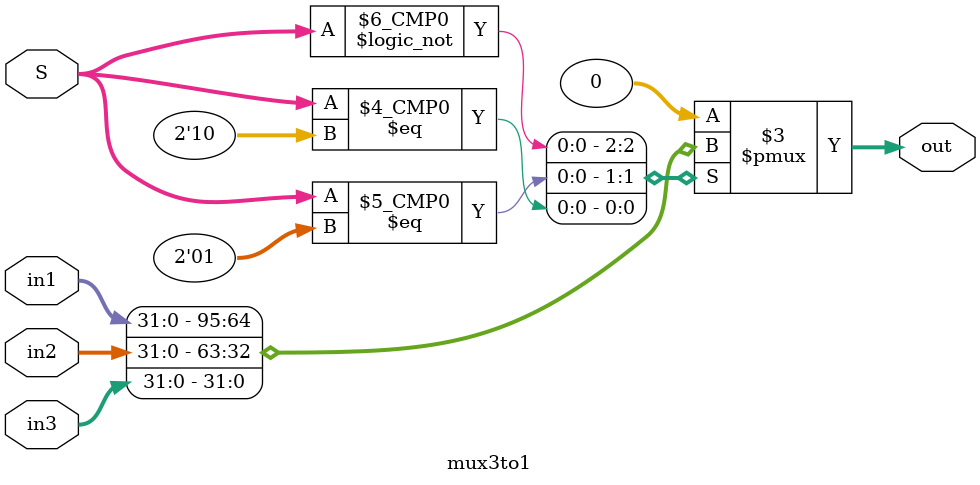
<source format=v>
module mux3to1 #(parameter size = 32) (in1,in2,in3,S,out);

input[size-1:0] in1,in2,in3;
input[1:0] S;
output reg[size-1:0] out;

always @(*)
	begin
	case(S)
		2'b00: out = in1;
		2'b01: out = in2;
		2'b10: out = in3;
	
		default: out = 0;
		
	endcase
	end 	
endmodule 
</source>
